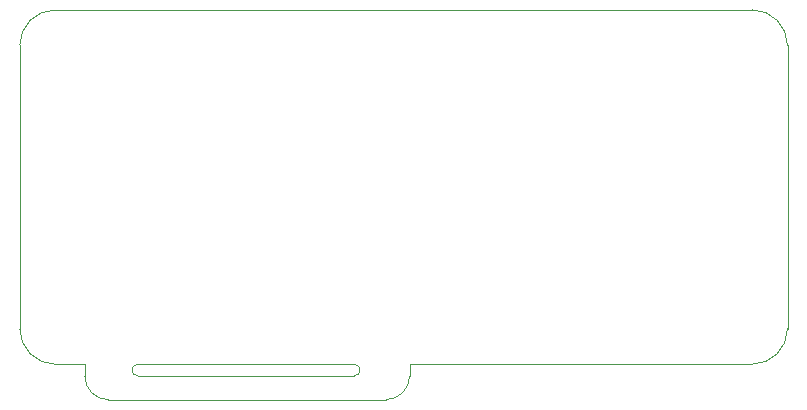
<source format=gm1>
G04 #@! TF.GenerationSoftware,KiCad,Pcbnew,(5.1.12)-1*
G04 #@! TF.CreationDate,2021-12-15T14:48:57-06:00*
G04 #@! TF.ProjectId,ctrl_board,6374726c-5f62-46f6-9172-642e6b696361,rev?*
G04 #@! TF.SameCoordinates,Original*
G04 #@! TF.FileFunction,Profile,NP*
%FSLAX46Y46*%
G04 Gerber Fmt 4.6, Leading zero omitted, Abs format (unit mm)*
G04 Created by KiCad (PCBNEW (5.1.12)-1) date 2021-12-15 14:48:57*
%MOMM*%
%LPD*%
G01*
G04 APERTURE LIST*
G04 #@! TA.AperFunction,Profile*
%ADD10C,0.100000*%
G04 #@! TD*
G04 APERTURE END LIST*
D10*
X210000000Y-125000000D02*
X228300000Y-125000000D01*
X228300000Y-125000000D02*
G75*
G03*
X228300000Y-124000000I0J500000D01*
G01*
X210000000Y-125000000D02*
G75*
G02*
X210000000Y-124000000I0J500000D01*
G01*
X210000000Y-124000000D02*
X228300000Y-124000000D01*
X231000000Y-127000000D02*
G75*
G03*
X233000000Y-125000000I0J2000000D01*
G01*
X207500000Y-127000000D02*
G75*
G02*
X205500000Y-125000000I0J2000000D01*
G01*
X203000000Y-124000000D02*
X205500000Y-124000000D01*
X233000000Y-125000000D02*
X233000000Y-124000000D01*
X207500000Y-127000000D02*
X231000000Y-127000000D01*
X205500000Y-124000000D02*
X205500000Y-125000000D01*
X200000000Y-97000000D02*
X200000000Y-121000000D01*
X265000000Y-97000000D02*
G75*
G03*
X262000000Y-94000000I-3000000J0D01*
G01*
X262000000Y-124000000D02*
G75*
G03*
X265000000Y-121000000I0J3000000D01*
G01*
X200000000Y-121000000D02*
G75*
G03*
X203000000Y-124000000I3000000J0D01*
G01*
X203000000Y-94000000D02*
G75*
G03*
X200000000Y-97000000I0J-3000000D01*
G01*
X262000000Y-94000000D02*
X203000000Y-94000000D01*
X265000000Y-121000000D02*
X265000000Y-97000000D01*
X233000000Y-124000000D02*
X262000000Y-124000000D01*
M02*

</source>
